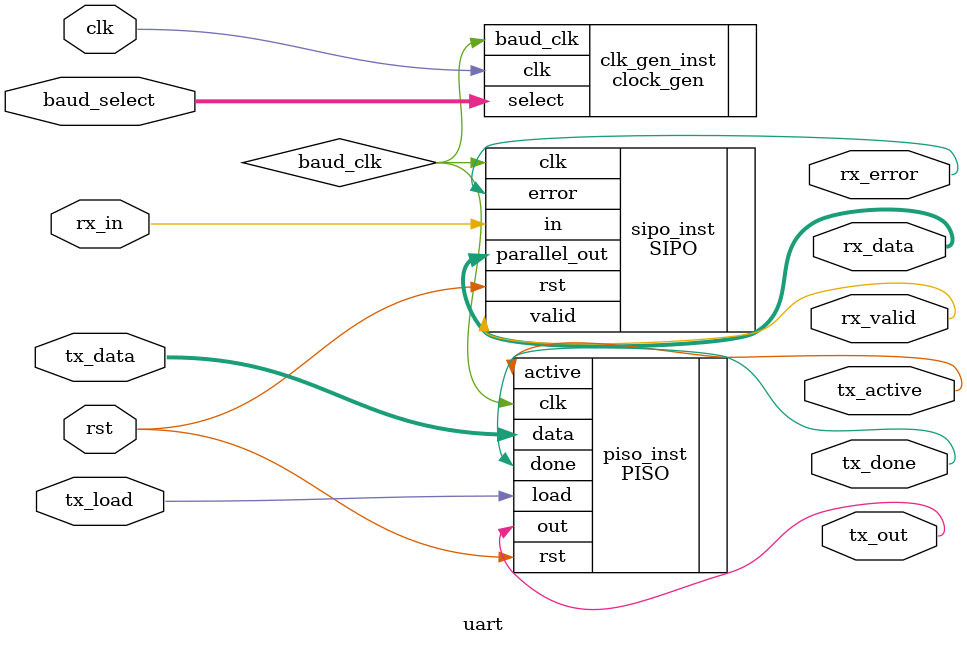
<source format=v>
`timescale 1ns / 1ps


`timescale 1ns / 1ps

module uart #(
    parameter WIDTH = 8,        // Data width
    BIT_COUNT = 4,              // Log2 of WIDTH + additional bits for start/stop/parity
    PARITY = 0,                 // 0 for no parity, 1 = even parity, 2 = odd parity
    START_BITS = 1,
    STOP_BITS = 1
)(
    input clk,                  // System clock
    input rst,                  // Reset
    input tx_load,              // Load signal for transmission
    input [WIDTH-1:0] tx_data,  // Data to transmit
    input rx_in,                // Received serial data
    input [1:0] baud_select,    // Baud rate select
    output tx_out,              // Transmitted serial data
    output [WIDTH-1:0] rx_data, // Received parallel data
    output tx_active,           // Transmission active
    output tx_done,             // Transmission done
    output rx_valid,            // Reception valid
    output rx_error             // Reception error
);

    wire baud_clk; // Baud clock generated by clock_gen

    // Instantiate clock generator for baud rate
    clock_gen clk_gen_inst (
        .clk(clk),
        .select(baud_select),
        .baud_clk(baud_clk)
    );

    // Instantiate Parallel-In Serial-Out (PISO) for transmitting data
    PISO #(
        .WIDTH(WIDTH),
        .BIT_COUNT(BIT_COUNT),
        .PARITY(PARITY),
        .START_BITS(START_BITS),
        .STOP_BITS(STOP_BITS)
    ) piso_inst (
        .clk(baud_clk),
        .rst(rst),
        .load(tx_load),
        .data(tx_data),
        .out(tx_out),
        .active(tx_active),
        .done(tx_done)
    );

    // Instantiate Serial-In Parallel-Out (SIPO) for receiving data
    SIPO #(
        .WIDTH(WIDTH),
        .BIT_COUNT(BIT_COUNT),
        .PARITY(PARITY),
        .START_BITS(START_BITS),
        .STOP_BITS(STOP_BITS)
    ) sipo_inst (
        .clk(baud_clk),
        .rst(rst),
        .in(rx_in),
        .parallel_out(rx_data),
        .valid(rx_valid),
        .error(rx_error)
    );

endmodule

</source>
